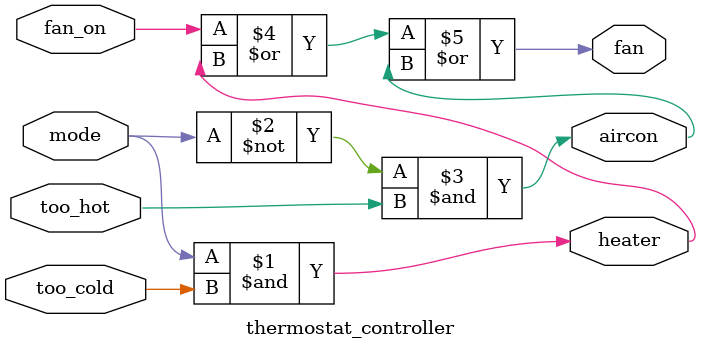
<source format=v>
module thermostat_controller (
    input  too_cold,
    input  too_hot,
    input  mode,      // 1 = heating mode, 0 = cooling mode
    input  fan_on,    // Manual fan request
    output heater,
    output aircon,
    output fan
);

    // Heater is enabled only in heating mode when it is too cold
    assign heater = mode & too_cold;

    // Air conditioner is enabled only in cooling mode when it is too hot
    assign aircon = ~mode & too_hot;

    // Fan runs when heater, air conditioner, or manual fan is enabled
    assign fan = fan_on | heater | aircon;

endmodule

</source>
